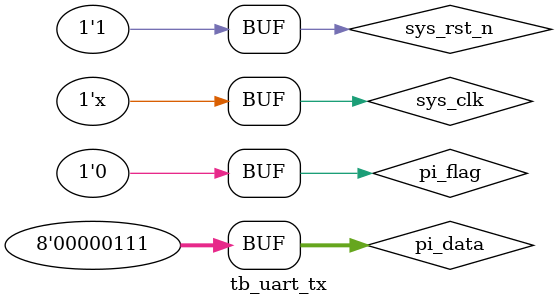
<source format=v>
`timescale  1ns/1ns

module  tb_uart_tx();

//********************************************************************//
//****************** Parameter and Internal Signal *******************//
//********************************************************************//
//reg   define
reg         sys_clk;
reg         sys_rst_n;
reg [7:0]   pi_data;
reg         pi_flag;

//wire  define
wire        tx;

//********************************************************************//
//***************************** Main Code ****************************//
//********************************************************************//
//初始化系统时钟、全局复位
initial begin
        sys_clk    = 1'b1;
        sys_rst_n <= 1'b0;
        #20;
        sys_rst_n <= 1'b1;
end

//模拟发送7次数据，分别为0~7
initial begin
        pi_data <= 8'b0;
        pi_flag <= 1'b0;
        #200
        //发送数据0
        pi_data <= 8'd0;
        pi_flag <= 1'b1;
        #20
        pi_flag <= 1'b0;
//每发送1bit数据需要5208个时钟周期，一帧数据为10bit
//所以需要数据延时(5208*20*10)后再产生下一个数据
        #(5208*20*10);
        //发送数据1
        pi_data <= 8'd1;
        pi_flag <= 1'b1;
        #20
        pi_flag <= 1'b0;
        #(5208*20*10);
        //发送数据2
        pi_data <= 8'd2;
        pi_flag <= 1'b1;
        #20
        pi_flag <= 1'b0;
        #(5208*20*10);
        //发送数据3
        pi_data <= 8'd3;
        pi_flag <= 1'b1;
        #20
        pi_flag <= 1'b0;
        #(5208*20*10);
        //发送数据4
        pi_data <= 8'd4;
        pi_flag <= 1'b1;
        #20
        pi_flag <= 1'b0;
        #(5208*20*10);
        //发送数据5
        pi_data <= 8'd5;
        pi_flag <= 1'b1;
        #20
        pi_flag <= 1'b0;
        #(5208*20*10);
        //发送数据6
        pi_data <= 8'd6;
        pi_flag <= 1'b1;
        #20
        pi_flag <= 1'b0;
        #(5208*20*10);
        //发送数据7
        pi_data <= 8'd7;
        pi_flag <= 1'b1;
        #20
        pi_flag <= 1'b0;
end

//sys_clk:每10ns电平翻转一次，产生一个50MHz的时钟信号
always #10 sys_clk = ~sys_clk;

//********************************************************************//
//*************************** Instantiation **************************//
//********************************************************************//
//------------------------uart_rx_inst------------------------
uart_tx uart_tx_inst(
        .sys_clk    (sys_clk    ),  //input           sys_clk
        .sys_rst_n  (sys_rst_n  ),  //input           sys_rst_n
        .pi_data    (pi_data    ),  //output  [7:0]   pi_data
        .pi_flag    (pi_flag    ),  //output          pi_flag

        .tx         (tx         )   //input           tx
);

endmodule

</source>
